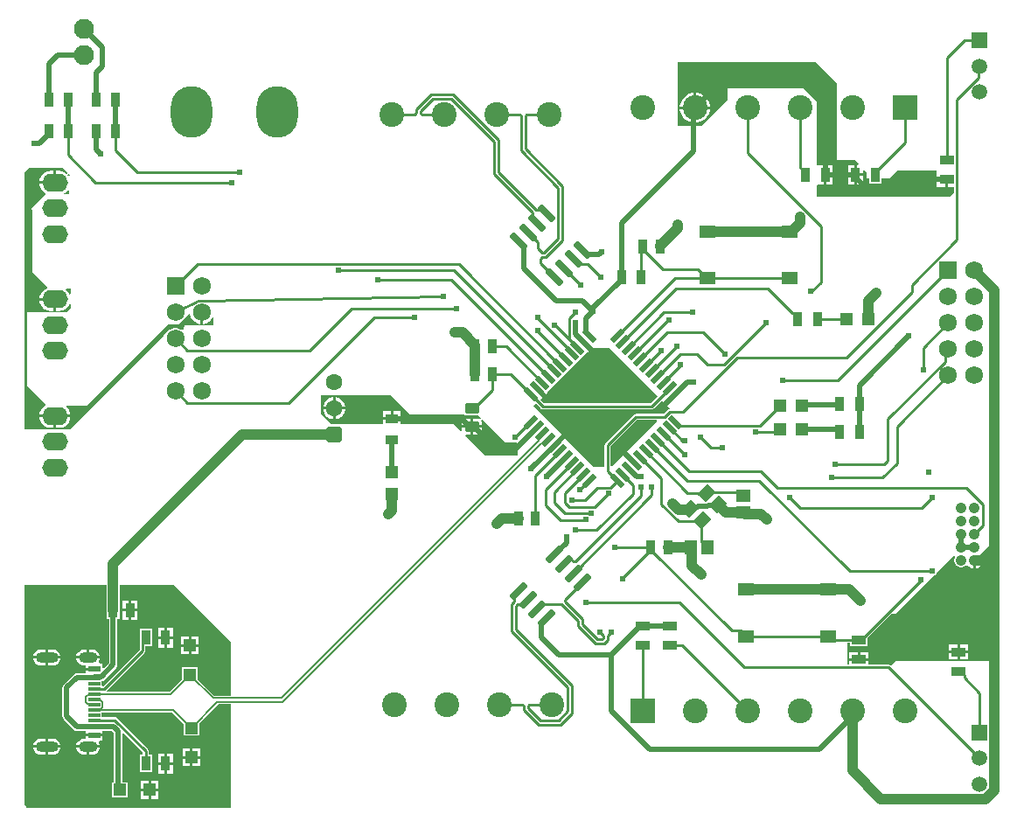
<source format=gtl>
G04*
G04 #@! TF.GenerationSoftware,Altium Limited,Altium Designer,25.6.2 (33)*
G04*
G04 Layer_Physical_Order=1*
G04 Layer_Color=255*
%FSLAX25Y25*%
%MOIN*%
G70*
G04*
G04 #@! TF.SameCoordinates,CE49FCD3-F284-452D-968F-53FA369C6713*
G04*
G04*
G04 #@! TF.FilePolarity,Positive*
G04*
G01*
G75*
%ADD12C,0.01000*%
G04:AMPARAMS|DCode=19|XSize=77.56mil|YSize=23.62mil|CornerRadius=2.95mil|HoleSize=0mil|Usage=FLASHONLY|Rotation=135.000|XOffset=0mil|YOffset=0mil|HoleType=Round|Shape=RoundedRectangle|*
%AMROUNDEDRECTD19*
21,1,0.07756,0.01772,0,0,135.0*
21,1,0.07165,0.02362,0,0,135.0*
1,1,0.00591,-0.01907,0.03160*
1,1,0.00591,0.03160,-0.01907*
1,1,0.00591,0.01907,-0.03160*
1,1,0.00591,-0.03160,0.01907*
%
%ADD19ROUNDEDRECTD19*%
%ADD20R,0.04724X0.04724*%
%ADD21R,0.03622X0.05433*%
%ADD22R,0.03583X0.05472*%
%ADD23R,0.05433X0.03622*%
G04:AMPARAMS|DCode=24|XSize=40mil|YSize=55mil|CornerRadius=5mil|HoleSize=0mil|Usage=FLASHONLY|Rotation=90.000|XOffset=0mil|YOffset=0mil|HoleType=Round|Shape=RoundedRectangle|*
%AMROUNDEDRECTD24*
21,1,0.04000,0.04500,0,0,90.0*
21,1,0.03000,0.05500,0,0,90.0*
1,1,0.01000,0.02250,0.01500*
1,1,0.01000,0.02250,-0.01500*
1,1,0.01000,-0.02250,-0.01500*
1,1,0.01000,-0.02250,0.01500*
%
%ADD24ROUNDEDRECTD24*%
%ADD25R,0.04724X0.03543*%
%ADD26R,0.04724X0.04724*%
G04:AMPARAMS|DCode=27|XSize=77.56mil|YSize=23.62mil|CornerRadius=2.95mil|HoleSize=0mil|Usage=FLASHONLY|Rotation=225.000|XOffset=0mil|YOffset=0mil|HoleType=Round|Shape=RoundedRectangle|*
%AMROUNDEDRECTD27*
21,1,0.07756,0.01772,0,0,225.0*
21,1,0.07165,0.02362,0,0,225.0*
1,1,0.00591,-0.03160,-0.01907*
1,1,0.00591,0.01907,0.03160*
1,1,0.00591,0.03160,0.01907*
1,1,0.00591,-0.01907,-0.03160*
%
%ADD27ROUNDEDRECTD27*%
%ADD28R,0.05512X0.05118*%
G04:AMPARAMS|DCode=29|XSize=55.12mil|YSize=45.28mil|CornerRadius=0mil|HoleSize=0mil|Usage=FLASHONLY|Rotation=225.000|XOffset=0mil|YOffset=0mil|HoleType=Round|Shape=Rectangle|*
%AMROTATEDRECTD29*
4,1,4,0.00348,0.03550,0.03550,0.00348,-0.00348,-0.03550,-0.03550,-0.00348,0.00348,0.03550,0.0*
%
%ADD29ROTATEDRECTD29*%

%ADD30R,0.05118X0.05512*%
%ADD31R,0.06102X0.05118*%
G04:AMPARAMS|DCode=32|XSize=19.68mil|YSize=59.06mil|CornerRadius=0mil|HoleSize=0mil|Usage=FLASHONLY|Rotation=45.000|XOffset=0mil|YOffset=0mil|HoleType=Round|Shape=Rectangle|*
%AMROTATEDRECTD32*
4,1,4,0.01392,-0.02784,-0.02784,0.01392,-0.01392,0.02784,0.02784,-0.01392,0.01392,-0.02784,0.0*
%
%ADD32ROTATEDRECTD32*%

G04:AMPARAMS|DCode=33|XSize=59.06mil|YSize=19.68mil|CornerRadius=0mil|HoleSize=0mil|Usage=FLASHONLY|Rotation=45.000|XOffset=0mil|YOffset=0mil|HoleType=Round|Shape=Rectangle|*
%AMROTATEDRECTD33*
4,1,4,-0.01392,-0.02784,-0.02784,-0.01392,0.01392,0.02784,0.02784,0.01392,-0.01392,-0.02784,0.0*
%
%ADD33ROTATEDRECTD33*%

%ADD34R,0.04528X0.01181*%
%ADD35R,0.04528X0.02362*%
G04:AMPARAMS|DCode=61|XSize=39.37mil|YSize=70.87mil|CornerRadius=19.68mil|HoleSize=0mil|Usage=FLASHONLY|Rotation=270.000|XOffset=0mil|YOffset=0mil|HoleType=Round|Shape=RoundedRectangle|*
%AMROUNDEDRECTD61*
21,1,0.03937,0.03150,0,0,270.0*
21,1,0.00000,0.07087,0,0,270.0*
1,1,0.03937,-0.01575,0.00000*
1,1,0.03937,-0.01575,0.00000*
1,1,0.03937,0.01575,0.00000*
1,1,0.03937,0.01575,0.00000*
%
%ADD61ROUNDEDRECTD61*%
G04:AMPARAMS|DCode=62|XSize=39.37mil|YSize=86.61mil|CornerRadius=19.68mil|HoleSize=0mil|Usage=FLASHONLY|Rotation=270.000|XOffset=0mil|YOffset=0mil|HoleType=Round|Shape=RoundedRectangle|*
%AMROUNDEDRECTD62*
21,1,0.03937,0.04724,0,0,270.0*
21,1,0.00000,0.08661,0,0,270.0*
1,1,0.03937,-0.02362,0.00000*
1,1,0.03937,-0.02362,0.00000*
1,1,0.03937,0.02362,0.00000*
1,1,0.03937,0.02362,0.00000*
%
%ADD62ROUNDEDRECTD62*%
%ADD63C,0.02000*%
%ADD64C,0.00874*%
%ADD65C,0.00623*%
%ADD66C,0.04000*%
%ADD67C,0.09449*%
%ADD68C,0.06791*%
%ADD69R,0.06791X0.06791*%
%ADD70R,0.05937X0.05937*%
%ADD71C,0.05937*%
%ADD72R,0.09449X0.09449*%
%ADD73O,0.15748X0.19685*%
%ADD74C,0.07677*%
%ADD75O,0.09843X0.06890*%
G04:AMPARAMS|DCode=76|XSize=62.99mil|YSize=62.99mil|CornerRadius=15.75mil|HoleSize=0mil|Usage=FLASHONLY|Rotation=90.000|XOffset=0mil|YOffset=0mil|HoleType=Round|Shape=RoundedRectangle|*
%AMROUNDEDRECTD76*
21,1,0.06299,0.03150,0,0,90.0*
21,1,0.03150,0.06299,0,0,90.0*
1,1,0.03150,0.01575,0.01575*
1,1,0.03150,0.01575,-0.01575*
1,1,0.03150,-0.01575,-0.01575*
1,1,0.03150,-0.01575,0.01575*
%
%ADD76ROUNDEDRECTD76*%
%ADD77C,0.06299*%
%ADD78C,0.04213*%
%ADD79C,0.02400*%
G36*
X19875Y247125D02*
X19545Y246748D01*
X18718Y247383D01*
X17637Y247831D01*
X16476Y247983D01*
X15500D01*
Y243500D01*
X15000D01*
Y243000D01*
X9106D01*
X9193Y242340D01*
X9641Y241258D01*
X10353Y240330D01*
X11282Y239617D01*
X11565Y239500D01*
X11500Y239000D01*
X6000Y233500D01*
X6500Y233000D01*
Y209500D01*
X12208Y203792D01*
X12080Y203213D01*
X11282Y202883D01*
X10353Y202170D01*
X9641Y201242D01*
X9193Y200160D01*
X9106Y199500D01*
X15000D01*
Y199000D01*
X15500D01*
Y194517D01*
X16476D01*
X17637Y194669D01*
X18718Y195117D01*
X19647Y195830D01*
X20359Y196758D01*
X20500Y197099D01*
X21000Y196999D01*
Y195500D01*
X19500Y194000D01*
X4500D01*
Y166000D01*
X11554Y158946D01*
X11457Y158455D01*
X11282Y158383D01*
X10353Y157670D01*
X9641Y156742D01*
X9193Y155660D01*
X9106Y155000D01*
X15000D01*
X20894D01*
X20807Y155660D01*
X20359Y156742D01*
X19647Y157670D01*
X19217Y158000D01*
X19386Y158500D01*
X27000D01*
X58000Y189500D01*
X62000D01*
X63097Y190597D01*
X63453Y190803D01*
X64197Y191547D01*
X64403Y191903D01*
X66104Y193604D01*
X66604Y193421D01*
X66904Y192303D01*
X67483Y191301D01*
X68301Y190483D01*
X69303Y189904D01*
X70421Y189604D01*
X70500D01*
Y194000D01*
X71500D01*
Y189604D01*
X71579D01*
X72697Y189904D01*
X73699Y190483D01*
X74517Y191301D01*
X75000Y192137D01*
X75500Y192003D01*
Y189000D01*
X64500D01*
X64000Y187500D01*
X62929D01*
X62542Y187723D01*
X61526Y187996D01*
X60474D01*
X59458Y187723D01*
X59071Y187500D01*
X58500D01*
X56500Y185000D01*
X21000Y149500D01*
X3418D01*
Y247418D01*
X5000Y249000D01*
X18000D01*
X19875Y247125D01*
D02*
G37*
G36*
X20644Y246356D02*
X20592Y246259D01*
X20001Y246208D01*
X19725Y246568D01*
X20101Y246899D01*
X20644Y246356D01*
D02*
G37*
G36*
X20500Y240621D02*
Y239000D01*
X18534D01*
X18435Y239500D01*
X18718Y239617D01*
X19647Y240330D01*
X20000Y240791D01*
X20500Y240621D01*
D02*
G37*
G36*
X21000Y201001D02*
X20500Y200901D01*
X20359Y201242D01*
X19647Y202170D01*
X19217Y202500D01*
X19386Y203000D01*
X21000D01*
Y201001D01*
D02*
G37*
G36*
X34649Y80500D02*
X34739Y79821D01*
X34880Y79479D01*
Y77164D01*
X35640D01*
Y60354D01*
X33710Y58424D01*
X33248Y58615D01*
Y60280D01*
X31957D01*
X31711Y60780D01*
X31888Y61011D01*
X32187Y61733D01*
X32224Y62008D01*
X27720D01*
X23217D01*
X23254Y61733D01*
X23553Y61011D01*
X24028Y60391D01*
X24649Y59915D01*
X25371Y59616D01*
X26146Y59514D01*
X26720D01*
Y58598D01*
X29984D01*
Y57598D01*
X26720D01*
Y56580D01*
X23449D01*
X22825Y56456D01*
X22295Y56102D01*
X18347Y52153D01*
X17993Y51624D01*
X17869Y51000D01*
Y40000D01*
X17993Y39376D01*
X18347Y38846D01*
X22295Y34898D01*
X22825Y34544D01*
X23449Y34420D01*
X26720D01*
Y33402D01*
X29984D01*
X33248D01*
Y34420D01*
X36773D01*
X37369Y33824D01*
Y14962D01*
X36908D01*
Y9038D01*
X42832D01*
Y14962D01*
X40631D01*
Y33599D01*
X41093Y33790D01*
X48619Y26265D01*
Y25317D01*
X47329D01*
Y18684D01*
X52151D01*
Y25317D01*
X50862D01*
Y26730D01*
X50862Y26730D01*
X50776Y27159D01*
X50533Y27523D01*
X50533Y27523D01*
X38653Y39403D01*
X38289Y39646D01*
X37860Y39732D01*
X37860Y39732D01*
X32848D01*
Y41618D01*
X59698D01*
X64038Y37278D01*
Y32668D01*
X69962D01*
Y37278D01*
X77332Y44648D01*
X82000D01*
Y5000D01*
X4313D01*
X3962Y5457D01*
X3554Y6443D01*
X3416Y7492D01*
X3418Y7500D01*
Y90000D01*
X34649D01*
Y80500D01*
D02*
G37*
G36*
X82000Y68500D02*
Y47929D01*
X75755D01*
X69462Y54222D01*
Y58832D01*
X63538D01*
Y54222D01*
X58698Y49382D01*
X35002D01*
X34795Y49882D01*
X49222Y64309D01*
X49465Y64673D01*
X49551Y65102D01*
X49551Y65102D01*
Y66684D01*
X52151D01*
Y73317D01*
X47329D01*
Y68797D01*
X47308Y68689D01*
X47308Y68689D01*
Y65567D01*
X33348Y51607D01*
X32848Y51699D01*
Y53523D01*
X33348Y53623D01*
X33877Y53976D01*
X38425Y58525D01*
X38779Y59054D01*
X38903Y59678D01*
Y77164D01*
X39663D01*
Y79479D01*
X39805Y79821D01*
X39894Y80500D01*
Y90000D01*
X60500D01*
X82000Y68500D01*
D02*
G37*
G36*
X313000Y281500D02*
Y252000D01*
X320000D01*
X321322Y250678D01*
X321130Y250217D01*
X320740D01*
Y247000D01*
X323051D01*
Y248295D01*
X323513Y248487D01*
X324500Y247500D01*
Y245000D01*
X325349D01*
Y243183D01*
X330171D01*
Y245000D01*
X333000D01*
X336000Y248000D01*
X351160D01*
X351284Y247551D01*
X351284D01*
Y245240D01*
X355000D01*
Y244740D01*
X355500D01*
Y241929D01*
X357695D01*
Y239695D01*
X356000Y238000D01*
X305500D01*
Y242560D01*
X305949Y242684D01*
X306000Y242684D01*
X308260D01*
Y246400D01*
Y250116D01*
X306000D01*
X305949Y250116D01*
X305500Y250240D01*
Y274500D01*
X300500Y279500D01*
X271500D01*
Y275000D01*
X261500Y265000D01*
X252500D01*
Y289500D01*
X305000D01*
X313000Y281500D01*
D02*
G37*
G36*
X244865Y162135D02*
X242052Y159322D01*
X201493D01*
X200368Y160447D01*
X200059Y160818D01*
X202865Y163625D01*
X202745Y163745D01*
X217755Y178755D01*
X217876Y178635D01*
X219740Y180500D01*
X226500D01*
X244865Y162135D01*
D02*
G37*
G36*
X249386Y157614D02*
X249122Y157171D01*
X248918Y157131D01*
X248554Y156888D01*
X248554Y156887D01*
X246988Y155322D01*
X236447D01*
X236447Y155322D01*
X236018Y155236D01*
X235654Y154993D01*
X235654Y154993D01*
X224907Y144246D01*
X224664Y143882D01*
X224578Y143453D01*
X224578Y143453D01*
Y135000D01*
X220000D01*
X197500Y158500D01*
X198321Y159321D01*
X200236Y157407D01*
X200236Y157407D01*
X200600Y157164D01*
X201029Y157079D01*
X201029Y157079D01*
X242517D01*
X242517Y157079D01*
X242946Y157164D01*
X243310Y157407D01*
X246451Y160548D01*
X249386Y157614D01*
D02*
G37*
G36*
X150500Y155000D02*
X171267D01*
X171321Y154964D01*
X171750Y154878D01*
X176122D01*
X177289Y153711D01*
X176970Y153323D01*
X176835Y153413D01*
X176250Y153529D01*
X174500D01*
Y151000D01*
X177779D01*
Y152000D01*
X177663Y152585D01*
X177573Y152720D01*
X177961Y153039D01*
X186500Y144500D01*
X191000D01*
X191500Y144000D01*
Y139500D01*
X179000D01*
X171487Y147013D01*
X171733Y147474D01*
X171750Y147471D01*
X173500D01*
Y150000D01*
X170221D01*
Y149000D01*
X170224Y148983D01*
X169763Y148737D01*
X167000Y151500D01*
X146862D01*
Y153134D01*
X143500D01*
X140138D01*
Y151500D01*
X120500D01*
X116500Y155500D01*
Y162500D01*
X143000D01*
X150500Y155000D01*
D02*
G37*
G36*
X244617Y152617D02*
X227322Y135322D01*
X226821Y135529D01*
Y142988D01*
X236912Y153078D01*
X244425D01*
X244617Y152617D01*
D02*
G37*
G36*
X375000Y65000D02*
X371000Y61000D01*
X335500D01*
X334108Y59608D01*
X333545D01*
X333531Y59622D01*
X333167Y59865D01*
X332738Y59951D01*
X332738Y59951D01*
X325217D01*
Y61240D01*
X321500D01*
X317783D01*
Y59951D01*
X317000D01*
Y68138D01*
X318183D01*
Y66849D01*
X324816D01*
Y70085D01*
X333732Y79000D01*
X335500D01*
X350442Y93942D01*
X350520Y93974D01*
X351026Y94480D01*
X351058Y94558D01*
X357887Y101387D01*
X358287Y101080D01*
X357978Y100545D01*
X357794Y99856D01*
Y99144D01*
X357978Y98455D01*
X358334Y97838D01*
X358838Y97334D01*
X359455Y96978D01*
X360144Y96794D01*
X360856D01*
X361545Y96978D01*
X362162Y97334D01*
X362431Y97603D01*
X363000Y97593D01*
X363053Y97554D01*
X363593Y97014D01*
X364301Y96605D01*
X365000Y96418D01*
Y99500D01*
X365500D01*
Y100000D01*
X368582D01*
X368395Y100699D01*
X367986Y101407D01*
X367893Y101500D01*
X368100Y102000D01*
X375000D01*
Y65000D01*
D02*
G37*
%LPC*%
G36*
X14500Y247983D02*
X13524D01*
X12363Y247831D01*
X11282Y247383D01*
X10353Y246670D01*
X9641Y245742D01*
X9193Y244660D01*
X9106Y244000D01*
X14500D01*
Y247983D01*
D02*
G37*
G36*
Y198500D02*
X9106D01*
X9193Y197840D01*
X9641Y196758D01*
X10353Y195830D01*
X11282Y195117D01*
X12363Y194669D01*
X13524Y194517D01*
X14500D01*
Y198500D01*
D02*
G37*
G36*
X20894Y154000D02*
X15500D01*
Y150017D01*
X16476D01*
X17637Y150170D01*
X18718Y150617D01*
X19647Y151330D01*
X20359Y152258D01*
X20807Y153340D01*
X20894Y154000D01*
D02*
G37*
G36*
X14500D02*
X9106D01*
X9193Y153340D01*
X9641Y152258D01*
X10353Y151330D01*
X11282Y150617D01*
X12363Y150170D01*
X13524Y150017D01*
X14500D01*
Y154000D01*
D02*
G37*
G36*
X29295Y65502D02*
X28220D01*
Y63008D01*
X32224D01*
X32187Y63283D01*
X31888Y64005D01*
X31412Y64625D01*
X30792Y65101D01*
X30070Y65400D01*
X29295Y65502D01*
D02*
G37*
G36*
X14335D02*
X12472D01*
Y63008D01*
X17263D01*
X17227Y63283D01*
X16928Y64005D01*
X16452Y64625D01*
X15832Y65101D01*
X15110Y65400D01*
X14335Y65502D01*
D02*
G37*
G36*
X27220D02*
X26146D01*
X25371Y65400D01*
X24649Y65101D01*
X24028Y64625D01*
X23553Y64005D01*
X23254Y63283D01*
X23217Y63008D01*
X27220D01*
Y65502D01*
D02*
G37*
G36*
X11472D02*
X9610D01*
X8835Y65400D01*
X8113Y65101D01*
X7493Y64625D01*
X7017Y64005D01*
X6718Y63283D01*
X6682Y63008D01*
X11472D01*
Y65502D01*
D02*
G37*
G36*
X17263Y62008D02*
X12472D01*
Y59514D01*
X14335D01*
X15110Y59616D01*
X15832Y59915D01*
X16452Y60391D01*
X16928Y61011D01*
X17227Y61733D01*
X17263Y62008D01*
D02*
G37*
G36*
X11472D02*
X6682D01*
X6718Y61733D01*
X7017Y61011D01*
X7493Y60391D01*
X8113Y59915D01*
X8835Y59616D01*
X9610Y59514D01*
X11472D01*
Y62008D01*
D02*
G37*
G36*
X14335Y31486D02*
X12472D01*
Y28992D01*
X17263D01*
X17227Y29267D01*
X16928Y29989D01*
X16452Y30609D01*
X15832Y31085D01*
X15110Y31384D01*
X14335Y31486D01*
D02*
G37*
G36*
X33248Y32402D02*
X29984D01*
X26720D01*
Y31486D01*
X26146D01*
X25371Y31384D01*
X24649Y31085D01*
X24028Y30609D01*
X23553Y29989D01*
X23254Y29267D01*
X23217Y28992D01*
X27720D01*
X32224D01*
X32187Y29267D01*
X31888Y29989D01*
X31711Y30220D01*
X31957Y30720D01*
X33248D01*
Y32402D01*
D02*
G37*
G36*
X11472Y31486D02*
X9610D01*
X8835Y31384D01*
X8113Y31085D01*
X7493Y30609D01*
X7017Y29989D01*
X6718Y29267D01*
X6682Y28992D01*
X11472D01*
Y31486D01*
D02*
G37*
G36*
X32224Y27992D02*
X28220D01*
Y25498D01*
X29295D01*
X30070Y25600D01*
X30792Y25899D01*
X31412Y26375D01*
X31888Y26995D01*
X32187Y27717D01*
X32224Y27992D01*
D02*
G37*
G36*
X27220D02*
X23217D01*
X23254Y27717D01*
X23553Y26995D01*
X24028Y26375D01*
X24649Y25899D01*
X25371Y25600D01*
X26146Y25498D01*
X27220D01*
Y27992D01*
D02*
G37*
G36*
X17263D02*
X12472D01*
Y25498D01*
X14335D01*
X15110Y25600D01*
X15832Y25899D01*
X16452Y26375D01*
X16928Y26995D01*
X17227Y27717D01*
X17263Y27992D01*
D02*
G37*
G36*
X11472D02*
X6682D01*
X6718Y27717D01*
X7017Y26995D01*
X7493Y26375D01*
X8113Y25899D01*
X8835Y25600D01*
X9610Y25498D01*
X11472D01*
Y27992D01*
D02*
G37*
G36*
X70362Y27732D02*
X67500D01*
Y24870D01*
X70362D01*
Y27732D01*
D02*
G37*
G36*
X66500D02*
X63638D01*
Y24870D01*
X66500D01*
Y27732D01*
D02*
G37*
G36*
X60071Y25717D02*
X57760D01*
Y22500D01*
X60071D01*
Y25717D01*
D02*
G37*
G36*
X56760D02*
X54449D01*
Y22500D01*
X56760D01*
Y25717D01*
D02*
G37*
G36*
X70362Y23870D02*
X67500D01*
Y21008D01*
X70362D01*
Y23870D01*
D02*
G37*
G36*
X66500D02*
X63638D01*
Y21008D01*
X66500D01*
Y23870D01*
D02*
G37*
G36*
X60071Y21500D02*
X57760D01*
Y18283D01*
X60071D01*
Y21500D01*
D02*
G37*
G36*
X56760D02*
X54449D01*
Y18283D01*
X56760D01*
Y21500D01*
D02*
G37*
G36*
X54492Y15362D02*
X51630D01*
Y12500D01*
X54492D01*
Y15362D01*
D02*
G37*
G36*
X50630D02*
X47768D01*
Y12500D01*
X50630D01*
Y15362D01*
D02*
G37*
G36*
X54492Y11500D02*
X51630D01*
Y8638D01*
X54492D01*
Y11500D01*
D02*
G37*
G36*
X50630D02*
X47768D01*
Y8638D01*
X50630D01*
Y11500D01*
D02*
G37*
G36*
X46520Y84236D02*
X44228D01*
Y81000D01*
X46520D01*
Y84236D01*
D02*
G37*
G36*
X43228D02*
X40937D01*
Y81000D01*
X43228D01*
Y84236D01*
D02*
G37*
G36*
X46520Y80000D02*
X44228D01*
Y76764D01*
X46520D01*
Y80000D01*
D02*
G37*
G36*
X43228D02*
X40937D01*
Y76764D01*
X43228D01*
Y80000D01*
D02*
G37*
G36*
X60071Y73716D02*
X57760D01*
Y70500D01*
X60071D01*
Y73716D01*
D02*
G37*
G36*
X56760D02*
X54449D01*
Y70500D01*
X56760D01*
Y73716D01*
D02*
G37*
G36*
X69862Y70492D02*
X67000D01*
Y67630D01*
X69862D01*
Y70492D01*
D02*
G37*
G36*
X66000D02*
X63138D01*
Y67630D01*
X66000D01*
Y70492D01*
D02*
G37*
G36*
X60071Y69500D02*
X57760D01*
Y66284D01*
X60071D01*
Y69500D01*
D02*
G37*
G36*
X56760D02*
X54449D01*
Y66284D01*
X56760D01*
Y69500D01*
D02*
G37*
G36*
X69862Y66630D02*
X67000D01*
Y63768D01*
X69862D01*
Y66630D01*
D02*
G37*
G36*
X66000D02*
X63138D01*
Y63768D01*
X66000D01*
Y66630D01*
D02*
G37*
G36*
X259754Y277776D02*
X259500D01*
Y272551D01*
X264724D01*
Y272805D01*
X264334Y274261D01*
X263581Y275566D01*
X262515Y276632D01*
X261210Y277385D01*
X259754Y277776D01*
D02*
G37*
G36*
X258500D02*
X258246D01*
X256790Y277385D01*
X255485Y276632D01*
X254419Y275566D01*
X253666Y274261D01*
X253276Y272805D01*
Y272551D01*
X258500D01*
Y277776D01*
D02*
G37*
G36*
X264724Y271551D02*
X259500D01*
Y266327D01*
X259754D01*
X261210Y266717D01*
X262515Y267471D01*
X263581Y268536D01*
X264334Y269842D01*
X264724Y271298D01*
Y271551D01*
D02*
G37*
G36*
X258500D02*
X253276D01*
Y271298D01*
X253666Y269842D01*
X254419Y268536D01*
X255485Y267471D01*
X256790Y266717D01*
X258246Y266327D01*
X258500D01*
Y271551D01*
D02*
G37*
G36*
X319740Y250217D02*
X317429D01*
Y247000D01*
X319740D01*
Y250217D01*
D02*
G37*
G36*
X309260Y250116D02*
Y246900D01*
X311571D01*
Y250116D01*
X309260D01*
D02*
G37*
G36*
X323051Y246000D02*
X320740D01*
Y242783D01*
X323051D01*
Y246000D01*
D02*
G37*
G36*
X319740D02*
X317429D01*
Y242783D01*
X319740D01*
Y246000D01*
D02*
G37*
G36*
X311571Y245900D02*
X309260D01*
Y242684D01*
X311571D01*
Y245900D01*
D02*
G37*
G36*
X354500Y244240D02*
X351284D01*
Y241929D01*
X354500D01*
Y244240D01*
D02*
G37*
G36*
X122046Y161650D02*
X122000D01*
Y158000D01*
X125650D01*
Y158046D01*
X125367Y159102D01*
X124820Y160048D01*
X124048Y160820D01*
X123102Y161367D01*
X122046Y161650D01*
D02*
G37*
G36*
X121000D02*
X120954D01*
X119898Y161367D01*
X118952Y160820D01*
X118180Y160048D01*
X117633Y159102D01*
X117350Y158046D01*
Y158000D01*
X121000D01*
Y161650D01*
D02*
G37*
G36*
X146862Y156405D02*
X144000D01*
Y154134D01*
X146862D01*
Y156405D01*
D02*
G37*
G36*
X143000D02*
X140138D01*
Y154134D01*
X143000D01*
Y156405D01*
D02*
G37*
G36*
X125650Y157000D02*
X122000D01*
Y153350D01*
X122046D01*
X123102Y153633D01*
X124048Y154180D01*
X124820Y154952D01*
X125367Y155898D01*
X125650Y156954D01*
Y157000D01*
D02*
G37*
G36*
X121000D02*
X117350D01*
Y156954D01*
X117633Y155898D01*
X118180Y154952D01*
X118952Y154180D01*
X119898Y153633D01*
X120954Y153350D01*
X121000D01*
Y157000D01*
D02*
G37*
G36*
X173500Y153529D02*
X171750D01*
X171165Y153413D01*
X170669Y153081D01*
X170337Y152585D01*
X170221Y152000D01*
Y151000D01*
X173500D01*
Y153529D01*
D02*
G37*
G36*
X177779Y150000D02*
X174500D01*
Y147471D01*
X176250D01*
X176835Y147587D01*
X177331Y147919D01*
X177663Y148415D01*
X177779Y149000D01*
Y150000D01*
D02*
G37*
G36*
X368582Y99000D02*
X366000D01*
Y96418D01*
X366699Y96605D01*
X367407Y97014D01*
X367986Y97593D01*
X368395Y98301D01*
X368582Y99000D01*
D02*
G37*
G36*
X363216Y67331D02*
X360000D01*
Y65020D01*
X363216D01*
Y67331D01*
D02*
G37*
G36*
X359000D02*
X355784D01*
Y65020D01*
X359000D01*
Y67331D01*
D02*
G37*
G36*
X325217Y64551D02*
X322000D01*
Y62240D01*
X325217D01*
Y64551D01*
D02*
G37*
G36*
X321000D02*
X317783D01*
Y62240D01*
X321000D01*
Y64551D01*
D02*
G37*
G36*
X363216Y64020D02*
X360000D01*
Y61709D01*
X363216D01*
Y64020D01*
D02*
G37*
G36*
X359000D02*
X355784D01*
Y61709D01*
X359000D01*
Y64020D01*
D02*
G37*
%LPD*%
D12*
X70930Y198495D02*
G03*
X69050Y198051I70J-4495D01*
G01*
X209500Y121500D02*
X211200Y119800D01*
X209500Y121500D02*
Y125183D01*
X211200Y119800D02*
X220800D01*
X215020Y126526D02*
X215158D01*
X218572Y129939D02*
X218711D01*
X215158Y126526D02*
X218572Y129939D01*
X299000Y119500D02*
X345500D01*
X349500Y123500D01*
X345000Y91854D02*
Y92500D01*
X322406Y69260D02*
X345000Y91854D01*
X321500Y69260D02*
X322406D01*
X346000Y172000D02*
Y180500D01*
X355500Y190000D01*
X229289Y129939D02*
X229289D01*
X225700Y133529D02*
X229289Y129939D01*
X214256Y180606D02*
Y180791D01*
X211200Y183847D02*
X214256Y180791D01*
X211200Y183847D02*
Y191700D01*
X213500Y194000D01*
X205681Y189000D02*
X211017Y183664D01*
X261000Y146500D02*
X265000Y142500D01*
X269500D01*
X295000Y123500D02*
X299000Y119500D01*
X312500Y136000D02*
X331000D01*
X332500Y137500D01*
Y153358D01*
X330500Y131000D02*
X336000Y136500D01*
X311000Y131000D02*
X330500D01*
X226650Y127300D02*
X229289Y129939D01*
X221948Y127300D02*
X226650D01*
X217148Y122500D02*
X221948Y127300D01*
X212000Y122500D02*
X217148D01*
X209500Y125183D02*
X216483Y132167D01*
X220800Y119800D02*
X226000Y125000D01*
X205500Y121500D02*
X209500Y117500D01*
X205500Y125637D02*
X214256Y134394D01*
X205500Y121500D02*
Y125637D01*
X209500Y117500D02*
X219500D01*
X207634Y114866D02*
X217098D01*
X202000Y120500D02*
Y126592D01*
Y120500D02*
X207634Y114866D01*
X202000Y126592D02*
X212029Y136621D01*
X217500Y83500D02*
X253000D01*
X277671Y58829D01*
X332738D01*
X367567Y24000D01*
X313500Y168000D02*
X355500Y210000D01*
X292500Y168000D02*
X313500D01*
X225700Y133529D02*
Y143453D01*
X236447Y154200D01*
X247453D01*
X249347Y156095D01*
X254357D01*
X275063Y176800D01*
X316714D01*
X341635Y201721D01*
Y204482D01*
X358817Y221663D01*
Y275070D01*
X367120Y283374D01*
Y287463D01*
X367500Y287842D01*
X221500Y111000D02*
X235395Y124894D01*
Y128289D01*
X231517Y132167D02*
X235395Y128289D01*
X213414Y111000D02*
X221500D01*
X238500Y124000D02*
Y127500D01*
X209108Y98144D02*
X210814Y99850D01*
X212649Y98978D02*
X213478D01*
X210814Y99850D02*
X211777D01*
X213478Y98978D02*
X238500Y124000D01*
X211777Y99850D02*
X212649Y98978D01*
X301240Y246400D02*
Y247305D01*
X299000Y249546D02*
X301240Y247305D01*
X299000Y249546D02*
Y272051D01*
X327760Y246500D02*
Y247406D01*
X339000Y258646D01*
Y272051D01*
X252952Y150819D02*
X283819D01*
X291500Y158500D01*
X251560Y152211D02*
X252952Y150819D01*
X290500Y148500D02*
X291500Y149500D01*
X282000Y148500D02*
X290500D01*
X217098Y114866D02*
X217366Y115134D01*
X228500Y104500D02*
X242272D01*
X249333Y149984D02*
X254049Y145268D01*
X254732D01*
X255000Y145000D01*
X247106Y147744D02*
Y147756D01*
Y147744D02*
X255000Y139851D01*
Y139839D02*
Y139851D01*
X242500Y124464D02*
Y127500D01*
X212644Y94608D02*
X242500Y124464D01*
X318000Y95500D02*
X349500D01*
X283561Y129939D02*
X318000Y95500D01*
X256015Y129939D02*
X283561D01*
X365500Y109500D02*
X368706Y112706D01*
Y120828D01*
X362370Y127164D02*
X368706Y120828D01*
X290336Y127164D02*
X362370D01*
X284000Y133500D02*
X290336Y127164D01*
X256908Y133500D02*
X284000D01*
X244879Y145529D02*
X256908Y133500D01*
X242652Y143302D02*
X256015Y129939D01*
X270000Y174000D02*
X286000Y190000D01*
X259923Y178000D02*
X263923Y174000D01*
X270000D01*
X253408Y178000D02*
X259923D01*
X244879Y169471D02*
X253408Y178000D01*
X303000Y202000D02*
X303500D01*
X307000Y205500D01*
Y226884D01*
X279000Y254884D02*
X307000Y226884D01*
X279000Y254884D02*
Y272051D01*
X238500Y218228D02*
X239272Y219000D01*
X238500Y207500D02*
Y218228D01*
X263850Y207142D02*
X295150D01*
X263358D02*
X263850D01*
X260000Y210500D02*
X263358Y207142D01*
X246827Y210500D02*
X260000D01*
X239272Y218055D02*
X246827Y210500D01*
X239272Y218055D02*
Y219000D01*
X38260Y255740D02*
Y263000D01*
Y255740D02*
X46500Y247500D01*
X85500D01*
X20000Y262740D02*
X20260Y263000D01*
X20000Y254000D02*
Y262740D01*
Y254000D02*
X30500Y243500D01*
X82500D01*
X123000Y210000D02*
X167046D01*
X205348Y171698D01*
X138000Y206500D02*
X166092D01*
X203121Y169471D01*
X112034Y179504D02*
X128029Y195500D01*
X168000D01*
X70930Y198495D02*
X163000Y200000D01*
X104284Y159504D02*
X136779Y192000D01*
X152000D01*
X209126Y210856D02*
X215482Y204500D01*
X215500D01*
X209108Y210856D02*
X209126D01*
X218015Y212485D02*
X223000Y207500D01*
X214551Y212485D02*
X218015D01*
X212644Y214392D02*
X214551Y212485D01*
X248621Y191000D02*
X249000D01*
X247853Y190232D02*
X248621Y191000D01*
X247824Y190232D02*
X247853D01*
X235971Y178379D02*
X247824Y190232D01*
X233744Y180606D02*
X247137Y194000D01*
X258000D01*
X240425Y173925D02*
X246000Y179500D01*
X242675Y171698D02*
X251977Y181000D01*
X242652Y171698D02*
X242675D01*
X251977Y181000D02*
X252000D01*
X238198Y176152D02*
X248546Y186500D01*
X262000D01*
X270500Y178000D01*
X247106Y167244D02*
Y167425D01*
X253500Y173819D01*
Y174000D01*
X61000Y194000D02*
X62108Y195108D01*
X62108D02*
X62937Y195108D01*
X69050Y198051D01*
X61000Y194000D02*
X62108Y195108D01*
X190500Y146500D02*
X196211Y152211D01*
X196440D01*
X187137Y181000D02*
X200894Y167244D01*
X181728Y181000D02*
X187137D01*
X231500Y92783D02*
X242272Y103555D01*
X231500Y92500D02*
Y92783D01*
X205500Y189000D02*
X205681D01*
X199000Y191704D02*
X212029Y178675D01*
X199000Y191704D02*
Y192000D01*
X212029Y178379D02*
Y178675D01*
X199000Y186954D02*
X209802Y176152D01*
X199000Y186954D02*
Y187000D01*
X65496Y159504D02*
X104284D01*
X61000Y164000D02*
X65496Y159504D01*
X61000Y194000D02*
X62108Y195108D01*
X65496Y179504D02*
X112034D01*
X61000Y184000D02*
X65496Y179504D01*
X169000Y212500D02*
X207575Y173925D01*
X69500Y212500D02*
X169000D01*
X61000Y204000D02*
X69500Y212500D01*
X242517Y158200D02*
X249333Y165016D01*
X201029Y158200D02*
X242517D01*
X196440Y162789D02*
X201029Y158200D01*
X231517Y182833D02*
X251683Y203000D01*
X286740D01*
X296024Y193717D01*
X296929D01*
X298240Y192405D01*
Y191500D02*
Y192405D01*
X251371Y207142D02*
X263850D01*
X229289Y185061D02*
X251371Y207142D01*
X198228Y131728D02*
X207575Y141075D01*
X198228Y115500D02*
Y131728D01*
X355000Y252260D02*
Y291000D01*
X361685Y297685D01*
X367500D01*
X367567Y33843D02*
Y48933D01*
X361717Y54783D02*
X367567Y48933D01*
X361717Y54783D02*
Y55689D01*
X360405Y57000D02*
X361717Y55689D01*
X359500Y57000D02*
X360405D01*
X332500Y153358D02*
X354392Y175250D01*
Y178892D01*
X355500Y180000D01*
X336000Y136500D02*
Y150500D01*
X355500Y170000D01*
X305760Y191500D02*
X316866D01*
X278350Y70642D02*
X309650D01*
X311032Y69260D01*
X321500D01*
X276291Y72701D02*
X278350Y70642D01*
X273126Y72701D02*
X276291D01*
X242272Y103555D02*
X273126Y72701D01*
X181728Y164478D02*
Y170500D01*
X174750Y157500D02*
X181728Y164478D01*
X174000Y157500D02*
X174750D01*
X181728Y170500D02*
X188729D01*
X196440Y162789D01*
X261317Y114363D02*
X261665Y114711D01*
X261317Y111868D02*
Y114363D01*
Y111868D02*
X261591Y111595D01*
Y106559D02*
Y111595D01*
Y106559D02*
X263650Y104500D01*
X254000Y67000D02*
X279000Y42000D01*
X249500Y67000D02*
X254000D01*
X239000Y42000D02*
X239000Y42000D01*
X239000Y42000D02*
Y67000D01*
X48429Y68689D02*
X49740Y70000D01*
X48429Y65102D02*
Y68689D01*
X33748Y50421D02*
X48429Y65102D01*
X29984Y50421D02*
X33748D01*
X49740Y22000D02*
Y26730D01*
X37860Y38610D02*
X49740Y26730D01*
X29984Y38610D02*
X37860D01*
X263335Y125289D02*
X263683Y125637D01*
X276012D01*
X277500Y124150D01*
X238198Y138848D02*
X246171Y130874D01*
Y120944D02*
Y130874D01*
Y120944D02*
X252753Y114363D01*
X261317D01*
X240425Y141075D02*
X256211Y125289D01*
X260145D01*
X260493Y124941D01*
X262987D01*
X263335Y125289D01*
D19*
X205573Y207320D02*
D03*
X198892Y228144D02*
D03*
X195356Y224608D02*
D03*
X202427Y231680D02*
D03*
X209108Y210856D02*
D03*
X212644Y214392D02*
D03*
X216179Y217927D02*
D03*
X191821Y221073D02*
D03*
D20*
X291500Y149500D02*
D03*
X299768D02*
D03*
X291500Y158500D02*
D03*
X299768D02*
D03*
X325134Y191500D02*
D03*
X316866D02*
D03*
X66500Y67130D02*
D03*
X39870Y12000D02*
D03*
X67000Y24370D02*
D03*
D21*
X321760Y148500D02*
D03*
X314240D02*
D03*
X321760Y159000D02*
D03*
X314240D02*
D03*
X298240Y191500D02*
D03*
X305760D02*
D03*
X230980Y207500D02*
D03*
X238500D02*
D03*
X327760Y246500D02*
D03*
X320240D02*
D03*
X301240Y246400D02*
D03*
X308760D02*
D03*
X38260Y263000D02*
D03*
X30740D02*
D03*
X38260Y275000D02*
D03*
X30740D02*
D03*
X20260D02*
D03*
X12740D02*
D03*
X20260Y263000D02*
D03*
X12740D02*
D03*
X49740Y70000D02*
D03*
X57260D02*
D03*
X49740Y22000D02*
D03*
X57260D02*
D03*
D22*
X245728Y219000D02*
D03*
X239272D02*
D03*
X175272Y170500D02*
D03*
X181728D02*
D03*
X175272Y181000D02*
D03*
X181728D02*
D03*
X191772Y115500D02*
D03*
X198228D02*
D03*
X248728Y104500D02*
D03*
X242272D02*
D03*
X43728Y80500D02*
D03*
X37272D02*
D03*
D23*
X355000Y252260D02*
D03*
Y244740D02*
D03*
X359500Y57000D02*
D03*
Y64520D02*
D03*
X321500Y61740D02*
D03*
Y69260D02*
D03*
X239000Y67000D02*
D03*
Y74520D02*
D03*
X249500Y67000D02*
D03*
Y74520D02*
D03*
D24*
X174000Y157500D02*
D03*
Y150500D02*
D03*
D25*
X143500Y145366D02*
D03*
Y153634D02*
D03*
D26*
Y124866D02*
D03*
Y133134D02*
D03*
X66500Y55870D02*
D03*
X51130Y12000D02*
D03*
X67000Y35630D02*
D03*
D27*
X216179Y91073D02*
D03*
X212644Y94608D02*
D03*
X209108Y98144D02*
D03*
X205573Y101680D02*
D03*
X191821Y87927D02*
D03*
X195356Y84392D02*
D03*
X198892Y80856D02*
D03*
X202427Y77320D02*
D03*
D28*
X277500Y117850D02*
D03*
Y124150D02*
D03*
D29*
X267789Y120835D02*
D03*
X261665Y114711D02*
D03*
X257211Y119165D02*
D03*
X263335Y125289D02*
D03*
D30*
X257350Y104500D02*
D03*
X263650D02*
D03*
D31*
X263850Y224858D02*
D03*
X295150D02*
D03*
X263850Y207142D02*
D03*
X295150D02*
D03*
X278350Y88358D02*
D03*
X309650D02*
D03*
X278350Y70642D02*
D03*
X309650D02*
D03*
D32*
X196440Y162789D02*
D03*
X198667Y165016D02*
D03*
X200894Y167244D02*
D03*
X203121Y169471D02*
D03*
X205348Y171698D02*
D03*
X207575Y173925D02*
D03*
X209802Y176152D02*
D03*
X212029Y178379D02*
D03*
X214256Y180606D02*
D03*
X216483Y182833D02*
D03*
X218711Y185061D02*
D03*
X251560Y152211D02*
D03*
X249333Y149984D02*
D03*
X247106Y147756D02*
D03*
X244879Y145529D02*
D03*
X242652Y143302D02*
D03*
X240425Y141075D02*
D03*
X238198Y138848D02*
D03*
X235971Y136621D02*
D03*
X233744Y134394D02*
D03*
X231517Y132167D02*
D03*
X229289Y129939D02*
D03*
D33*
Y185061D02*
D03*
X231517Y182833D02*
D03*
X233744Y180606D02*
D03*
X235971Y178379D02*
D03*
X238198Y176152D02*
D03*
X240425Y173925D02*
D03*
X242652Y171698D02*
D03*
X244879Y169471D02*
D03*
X247106Y167244D02*
D03*
X249333Y165016D02*
D03*
X251560Y162789D02*
D03*
X218711Y129939D02*
D03*
X216483Y132167D02*
D03*
X214256Y134394D02*
D03*
X212029Y136621D02*
D03*
X209802Y138848D02*
D03*
X207575Y141075D02*
D03*
X205348Y143302D02*
D03*
X203121Y145529D02*
D03*
X200894Y147756D02*
D03*
X198667Y149984D02*
D03*
X196440Y152211D02*
D03*
D34*
X29984Y52390D02*
D03*
Y50421D02*
D03*
Y48453D02*
D03*
Y46484D02*
D03*
Y44516D02*
D03*
Y42547D02*
D03*
Y40579D02*
D03*
Y38610D02*
D03*
D35*
Y36051D02*
D03*
Y54949D02*
D03*
Y58098D02*
D03*
Y32902D02*
D03*
D61*
X27720Y28492D02*
D03*
Y62508D02*
D03*
D62*
X11972Y28492D02*
D03*
Y62508D02*
D03*
D63*
X33000Y287782D02*
Y295000D01*
X26000Y302000D02*
X33000Y295000D01*
X30740Y285522D02*
X33000Y287782D01*
X30740Y275905D02*
Y285522D01*
X16000Y292000D02*
X26000D01*
X12740Y288740D02*
X16000Y292000D01*
X267521Y120487D02*
X267869Y120835D01*
X263997Y120487D02*
X267521D01*
X263650Y120140D02*
X263997Y120487D01*
X260216Y120140D02*
X263650D01*
X259589Y119513D02*
X260216Y120140D01*
X257559Y119513D02*
X259589D01*
X257211Y119165D02*
X257559Y119513D01*
X360500Y104500D02*
Y109500D01*
Y104500D02*
X365500D01*
X191821Y221073D02*
X193728Y219166D01*
Y210772D02*
Y219166D01*
Y210772D02*
X206000Y198500D01*
X216000D01*
X220000Y194500D01*
X222520Y216020D02*
X223500Y217000D01*
X218087Y216020D02*
X222520D01*
X216179Y217927D02*
X218087Y216020D01*
X321760Y166260D02*
X340500Y185000D01*
X321760Y159000D02*
Y166260D01*
Y148500D02*
Y159000D01*
X314240Y148500D02*
Y148689D01*
X313429Y149500D02*
X314240Y148689D01*
X299768Y149500D02*
X313429D01*
X313990Y158750D02*
X314240Y159000D01*
X300018Y158750D02*
X313990D01*
X299768Y158500D02*
X300018Y158750D01*
X258500Y271551D02*
X259000Y272051D01*
X258500Y255500D02*
Y271551D01*
X230980Y227980D02*
X258500Y255500D01*
X230980Y207500D02*
Y227980D01*
X308760Y246500D02*
X308810Y246450D01*
X308760Y246500D02*
Y279069D01*
X304328Y283500D02*
X308760Y279069D01*
X270449Y283500D02*
X304328D01*
X259000Y272051D02*
X270449Y283500D01*
X339746Y244740D02*
X355000D01*
X337189Y242183D02*
X339746Y244740D01*
X323651Y242183D02*
X337189D01*
X320240Y245595D02*
X323651Y242183D01*
X320240Y245595D02*
Y246500D01*
X220000Y194500D02*
X220076Y194577D01*
Y195691D01*
X230980Y206594D01*
Y207500D01*
X217341Y191841D02*
X220000Y194500D01*
X217341Y186430D02*
Y191841D01*
Y186430D02*
X218711Y185061D01*
X236660Y131500D02*
X238500D01*
X233766Y134394D02*
X236660Y131500D01*
X233744Y134394D02*
X233766D01*
X319000Y40172D02*
Y42000D01*
X306328Y27500D02*
X319000Y40172D01*
X241789Y27500D02*
X306328D01*
X227075Y42214D02*
X241789Y27500D01*
X227075Y42214D02*
Y63500D01*
X238094Y74520D01*
X207000Y63500D02*
X227075D01*
X238094Y74520D02*
X239000D01*
X200520Y69980D02*
X207000Y63500D01*
X200520Y69980D02*
Y75414D01*
X202427Y77320D01*
X320190Y246450D02*
X320240Y246500D01*
X308810Y246450D02*
X320190D01*
X196500Y134500D02*
X196546D01*
X205348Y143302D01*
X184250Y141000D02*
X189661D01*
X174750Y150500D02*
X184250Y141000D01*
X189661D02*
X198644Y149984D01*
X213539Y185800D02*
X216483Y182856D01*
Y182833D02*
Y182856D01*
X213500Y190000D02*
X213539Y189961D01*
Y185800D02*
Y189961D01*
X216483Y182833D02*
X222500Y176817D01*
X246500Y156500D02*
X246576Y156577D01*
Y157805D02*
X256271Y167500D01*
X246576Y156577D02*
Y157805D01*
X209802Y138826D02*
Y138848D01*
X202500Y131524D02*
X209802Y138826D01*
X202500Y131500D02*
Y131524D01*
X38260Y263000D02*
Y275000D01*
X20260Y263000D02*
Y275000D01*
X7000Y258500D02*
X9146D01*
X12740Y262094D01*
Y263000D01*
X30740Y256260D02*
X32500Y254500D01*
X30740Y256260D02*
Y263000D01*
X173250Y150500D02*
X174000D01*
X170116Y153634D02*
X173250Y150500D01*
X143500Y153634D02*
X170116D01*
X143500Y133134D02*
Y145366D01*
X12740Y275000D02*
Y288740D01*
X239000Y74520D02*
X249500D01*
X256271Y167500D02*
X258500D01*
X222500Y174500D02*
Y176817D01*
X212046Y150000D02*
X214500D01*
X228000Y142500D02*
X230092D01*
X235971Y136621D01*
X210000Y106107D02*
Y108500D01*
X205348Y143302D02*
X212046Y150000D01*
X198667Y165016D02*
X203183Y160500D01*
X207000D01*
X205573Y101680D02*
X210000Y106107D01*
X205573Y101680D02*
Y101680D01*
X29984Y54949D02*
X30165Y55130D01*
X32723D01*
X37272Y59678D01*
Y80500D01*
X39000Y12870D02*
X39870Y12000D01*
X39000Y12870D02*
Y34500D01*
X37449Y36051D02*
X39000Y34500D01*
X29984Y36051D02*
X37449D01*
X19500Y51000D02*
X23449Y54949D01*
Y36051D02*
X29984D01*
X19500Y40000D02*
Y51000D01*
Y40000D02*
X23449Y36051D01*
Y54949D02*
X29984D01*
X198644Y149984D02*
X198667D01*
D64*
X200184Y212709D02*
X205573Y207320D01*
X194337Y256345D02*
Y268988D01*
Y256345D02*
X208593Y242089D01*
X194849Y269500D02*
X203500D01*
X208593Y221491D02*
Y242089D01*
X200696Y215012D02*
X202114D01*
X194337Y268988D02*
X194849Y269500D01*
X200184Y214499D02*
X200696Y215012D01*
X200184Y212709D02*
Y214499D01*
X202114Y215012D02*
X208593Y221491D01*
X182442Y246946D02*
X197272Y232115D01*
Y231391D02*
Y232115D01*
X166000Y275535D02*
X182442Y259093D01*
Y246946D02*
Y259093D01*
X196985Y230051D02*
X198892Y228144D01*
X196985Y231103D02*
X197272Y231391D01*
X196985Y230051D02*
Y231103D01*
X154337Y270736D02*
X159136Y275535D01*
X166000D01*
X154337Y270012D02*
Y270736D01*
Y270012D02*
X154849Y269500D01*
X163500D01*
X206919Y222184D02*
Y241395D01*
X198980Y218402D02*
Y220894D01*
X195356Y224518D02*
Y224608D01*
Y224518D02*
X198980Y220894D01*
X201421Y216686D02*
X206919Y222184D01*
X200696Y216686D02*
X201421D01*
X198980Y218402D02*
X200696Y216686D01*
X192151Y269500D02*
X192663Y268988D01*
Y255651D02*
Y268988D01*
X183500Y269500D02*
X192151D01*
X192663Y255651D02*
X206919Y241395D01*
X184116Y247639D02*
X198456Y233299D01*
X199468Y233587D02*
X200520D01*
X166693Y277209D02*
X184116Y259787D01*
Y247639D02*
Y259787D01*
X200520Y233587D02*
X202427Y231680D01*
X199180Y233299D02*
X199468Y233587D01*
X198456Y233299D02*
X199180D01*
X152663Y271429D02*
X158443Y277209D01*
X166693D01*
X152663Y270012D02*
Y271429D01*
X143500Y269500D02*
X152151D01*
X152663Y270012D01*
X222888Y72000D02*
X224163Y70725D01*
X222763Y72000D02*
X222888D01*
X223651Y69489D02*
X224163Y70001D01*
Y70725D01*
X209525Y83694D02*
Y84418D01*
Y83694D02*
X216035Y77184D01*
Y75177D02*
Y77184D01*
X209525Y84418D02*
X216179Y91073D01*
X221723Y69489D02*
X223651D01*
X216035Y75177D02*
X221723Y69489D01*
X225837Y70725D02*
X227112Y72000D01*
X221029Y67815D02*
X224344D01*
X214361Y74484D02*
X221029Y67815D01*
X214361Y74484D02*
Y76491D01*
X224344Y67815D02*
X225837Y69308D01*
Y70725D01*
X227112Y72000D02*
X227237D01*
X208089Y82763D02*
X214361Y76491D01*
X198892Y80856D02*
X200799Y82763D01*
X208089D01*
X195337Y43988D02*
X195849Y44500D01*
X204500D01*
X200136Y38465D02*
X207000D01*
X195337Y43264D02*
X200136Y38465D01*
X195337Y43264D02*
Y43988D01*
X207000Y38465D02*
X210535Y42000D01*
X189190Y72595D02*
X210535Y51250D01*
Y42000D02*
Y51250D01*
X189190Y72595D02*
Y82945D01*
X189913Y84968D02*
Y86020D01*
Y84968D02*
X190201Y84680D01*
Y83956D02*
Y84680D01*
X189190Y82945D02*
X190201Y83956D01*
X189913Y86020D02*
X191821Y87927D01*
X193151Y44500D02*
X193663Y43988D01*
X184500Y44500D02*
X193151D01*
X193663Y42571D02*
X199443Y36791D01*
X193663Y42571D02*
Y43988D01*
X190864Y73289D02*
X212209Y51943D01*
Y41307D02*
Y51943D01*
X207693Y36791D02*
X212209Y41307D01*
X199443Y36791D02*
X207693D01*
X190864Y73289D02*
Y82251D01*
X191385Y82772D02*
X192109D01*
X190864Y82251D02*
X191385Y82772D01*
X193449Y82485D02*
X195356Y84392D01*
X192397Y82485D02*
X193449D01*
X192109Y82772D02*
X192397Y82485D01*
D65*
X29984Y48453D02*
X59083D01*
X66500Y55870D01*
X60083Y42547D02*
X67000Y35630D01*
X29984Y42547D02*
X60083D01*
X33160Y43548D02*
Y45484D01*
X75370Y47000D02*
X101358D01*
X66500Y55870D02*
X75370Y47000D01*
X76947Y45577D02*
X101948D01*
X67000Y35630D02*
X76947Y45577D01*
X200508Y144137D02*
X201729D01*
X101948Y45577D02*
X200508Y144137D01*
X201729D02*
X203121Y145529D01*
X199502Y146364D02*
X200894Y147756D01*
X199502Y145144D02*
Y146364D01*
X101358Y47000D02*
X199502Y145144D01*
X32438Y46205D02*
X33160Y45484D01*
X30263Y46205D02*
X32438D01*
X29984Y46484D02*
X30263Y46205D01*
X32438Y42826D02*
X33160Y43548D01*
X29705Y44795D02*
X29984Y44516D01*
X27530Y44795D02*
X29705D01*
X26809Y45516D02*
X27530Y44795D01*
X26809Y45516D02*
Y47452D01*
X27530Y48174D01*
X29705D01*
X29984Y48453D01*
D66*
X319000Y42000D02*
X319000Y42000D01*
X319000Y19500D02*
Y42000D01*
Y19500D02*
X329911Y8589D01*
X369873D01*
X373135Y11851D01*
Y57858D01*
X373000Y57993D02*
X373135Y57858D01*
X373000Y57993D02*
Y104000D01*
X365500Y99500D02*
X365541Y99541D01*
X368541D01*
X373000Y104000D01*
Y202500D01*
X365500Y210000D02*
X373000Y202500D01*
X325134Y198634D02*
X328000Y201500D01*
X325134Y191500D02*
Y198634D01*
X257909Y97591D02*
X261500Y94000D01*
X257909Y97591D02*
Y103941D01*
X257350Y104500D02*
X257909Y103941D01*
X317642Y88358D02*
X322000Y84000D01*
X309650Y88358D02*
X317642D01*
X299000Y228217D02*
Y230500D01*
X295642Y224858D02*
X299000Y228217D01*
X295150Y224858D02*
X295642D01*
X252500Y226299D02*
Y227500D01*
X245728Y219528D02*
X252500Y226299D01*
X245728Y219000D02*
Y219528D01*
X263850Y224858D02*
X295150D01*
X142000Y117000D02*
X143500Y118500D01*
Y124866D01*
X37272Y80500D02*
Y98272D01*
X86500Y147500D01*
X121500D01*
X270854Y117850D02*
X277500D01*
X278059Y117291D01*
X267869Y120835D02*
X270854Y117850D01*
X284209Y117291D02*
X286500Y115000D01*
X278059Y117291D02*
X284209D01*
X278350Y88358D02*
X309650D01*
X250500Y121000D02*
X252683Y118817D01*
X256863D02*
X257211Y119165D01*
X252683Y118817D02*
X256863D01*
X248728Y104500D02*
X257350D01*
X170299Y186500D02*
X175272Y181528D01*
Y170500D02*
Y181000D01*
Y181528D01*
X167500Y186500D02*
X170299D01*
X185500Y115500D02*
X191772D01*
X183500Y113500D02*
X185500Y115500D01*
D67*
X203500Y269500D02*
D03*
X183500D02*
D03*
X163500D02*
D03*
X143500D02*
D03*
X319000Y272051D02*
D03*
X299000D02*
D03*
X279000D02*
D03*
X259000D02*
D03*
X239000D02*
D03*
X259000Y42000D02*
D03*
X279000D02*
D03*
X299000D02*
D03*
X319000D02*
D03*
X339000D02*
D03*
X144500Y44500D02*
D03*
X164500D02*
D03*
X184500D02*
D03*
X204500D02*
D03*
D68*
X365500Y170000D02*
D03*
X355500D02*
D03*
X365500Y180000D02*
D03*
X355500D02*
D03*
X365500Y190000D02*
D03*
X355500D02*
D03*
X365500Y200000D02*
D03*
X355500D02*
D03*
X365500Y210000D02*
D03*
X71000Y164000D02*
D03*
X61000D02*
D03*
X71000Y174000D02*
D03*
X61000D02*
D03*
X71000Y184000D02*
D03*
X61000D02*
D03*
X71000Y194000D02*
D03*
X61000D02*
D03*
X71000Y204000D02*
D03*
D69*
X355500Y210000D02*
D03*
X61000Y204000D02*
D03*
D70*
X367500Y297685D02*
D03*
X367567Y33843D02*
D03*
D71*
X367500Y287842D02*
D03*
Y278000D02*
D03*
X367567Y24000D02*
D03*
Y14157D02*
D03*
D72*
X339000Y272051D02*
D03*
X239000Y42000D02*
D03*
D73*
X67250Y270342D02*
D03*
X99750D02*
D03*
D74*
X26000Y302000D02*
D03*
Y292000D02*
D03*
D75*
X15000Y199000D02*
D03*
Y179315D02*
D03*
Y189157D02*
D03*
Y154500D02*
D03*
Y134815D02*
D03*
Y144658D02*
D03*
Y243500D02*
D03*
Y223815D02*
D03*
Y233658D02*
D03*
D76*
X121500Y147500D02*
D03*
D77*
Y157500D02*
D03*
Y167500D02*
D03*
D78*
X365500Y99500D02*
D03*
X360500Y119500D02*
D03*
X365500D02*
D03*
X360500Y114500D02*
D03*
X365500D02*
D03*
X360500Y109500D02*
D03*
X365500D02*
D03*
X360500Y104500D02*
D03*
X365500D02*
D03*
X360500Y99500D02*
D03*
D79*
X215020Y126526D02*
D03*
X7500Y19500D02*
D03*
Y14000D02*
D03*
X14500Y19500D02*
D03*
Y14000D02*
D03*
X22000Y19500D02*
D03*
X28500D02*
D03*
X22000Y14000D02*
D03*
X28500D02*
D03*
X7500Y8000D02*
D03*
X14667D02*
D03*
X21833D02*
D03*
X29000D02*
D03*
X67000Y76000D02*
D03*
X62000Y83000D02*
D03*
X81000Y42000D02*
D03*
X77000D02*
D03*
X80500Y49500D02*
D03*
X77000D02*
D03*
X58500Y80000D02*
D03*
X54000Y80500D02*
D03*
X62500Y79500D02*
D03*
X58500Y84000D02*
D03*
X54000Y86000D02*
D03*
Y76000D02*
D03*
X58333D02*
D03*
X27500D02*
D03*
X20333D02*
D03*
X13167D02*
D03*
X6000D02*
D03*
X27000Y82000D02*
D03*
X20500D02*
D03*
X27000Y87500D02*
D03*
X20500D02*
D03*
X13000Y82000D02*
D03*
Y87500D02*
D03*
X6000Y82000D02*
D03*
Y87500D02*
D03*
X62667Y76000D02*
D03*
X349500Y123500D02*
D03*
X345000Y92177D02*
D03*
X348000Y133000D02*
D03*
X346000Y172000D02*
D03*
X223500Y217000D02*
D03*
X340500Y185000D02*
D03*
X190000Y141000D02*
D03*
X279500Y224858D02*
D03*
X328000Y201500D02*
D03*
X220000Y194500D02*
D03*
X238500Y131500D02*
D03*
X215500Y161500D02*
D03*
X234500D02*
D03*
X230000Y152500D02*
D03*
X227000Y149500D02*
D03*
X224000Y146500D02*
D03*
X223500Y153500D02*
D03*
X220500Y150000D02*
D03*
X217500Y154000D02*
D03*
X236000Y146000D02*
D03*
X228500Y139000D02*
D03*
X221500Y143500D02*
D03*
X217500Y147000D02*
D03*
X237000Y150000D02*
D03*
X232500Y146000D02*
D03*
X211000Y153000D02*
D03*
X229000Y162500D02*
D03*
X225500Y165500D02*
D03*
X222000Y162000D02*
D03*
X219000Y164500D02*
D03*
X223000Y168000D02*
D03*
X232000Y165500D02*
D03*
X229500Y168000D02*
D03*
X226500Y171000D02*
D03*
X219000Y170500D02*
D03*
X215500Y167000D02*
D03*
X211000Y163500D02*
D03*
X213500Y194000D02*
D03*
X261000Y146500D02*
D03*
X269500Y142500D02*
D03*
X295000Y123500D02*
D03*
X312500Y136000D02*
D03*
X311000Y131000D02*
D03*
X322000Y84000D02*
D03*
X261500Y94000D02*
D03*
X212000Y122500D02*
D03*
X217500Y83500D02*
D03*
X292500Y168000D02*
D03*
X217366Y115134D02*
D03*
X282000Y148500D02*
D03*
X213414Y111000D02*
D03*
X228500Y104500D02*
D03*
X196500Y134500D02*
D03*
X255000Y139839D02*
D03*
Y145000D02*
D03*
X238500Y127500D02*
D03*
X242500D02*
D03*
X349500Y95500D02*
D03*
X286000Y190000D02*
D03*
X303000Y202000D02*
D03*
X85500Y247500D02*
D03*
X82500Y243500D02*
D03*
X123000Y210000D02*
D03*
X138000Y206500D02*
D03*
X168000Y195500D02*
D03*
X163000Y200000D02*
D03*
X152000Y192000D02*
D03*
X215500Y204500D02*
D03*
X223000Y207500D02*
D03*
X249000Y191000D02*
D03*
X258000Y194000D02*
D03*
X246000Y179500D02*
D03*
X252000Y181000D02*
D03*
X270500Y178000D02*
D03*
X253500Y174000D02*
D03*
X190500Y146500D02*
D03*
X231500Y92500D02*
D03*
X205500Y189000D02*
D03*
X199000Y192000D02*
D03*
Y187000D02*
D03*
X213500Y190000D02*
D03*
X246500Y156500D02*
D03*
X299000Y230500D02*
D03*
X252500Y227500D02*
D03*
X202500Y131500D02*
D03*
X219500Y117500D02*
D03*
X226000Y125000D02*
D03*
X222763Y72000D02*
D03*
X227237D02*
D03*
X7000Y258500D02*
D03*
X32500Y254500D02*
D03*
X142000Y117000D02*
D03*
X258500Y167500D02*
D03*
X286500Y115000D02*
D03*
X222500Y174500D02*
D03*
X214500Y150000D02*
D03*
X250500Y121000D02*
D03*
X228000Y142500D02*
D03*
X210000Y108500D02*
D03*
X207000Y160500D02*
D03*
X167500Y186500D02*
D03*
X183500Y113500D02*
D03*
M02*

</source>
